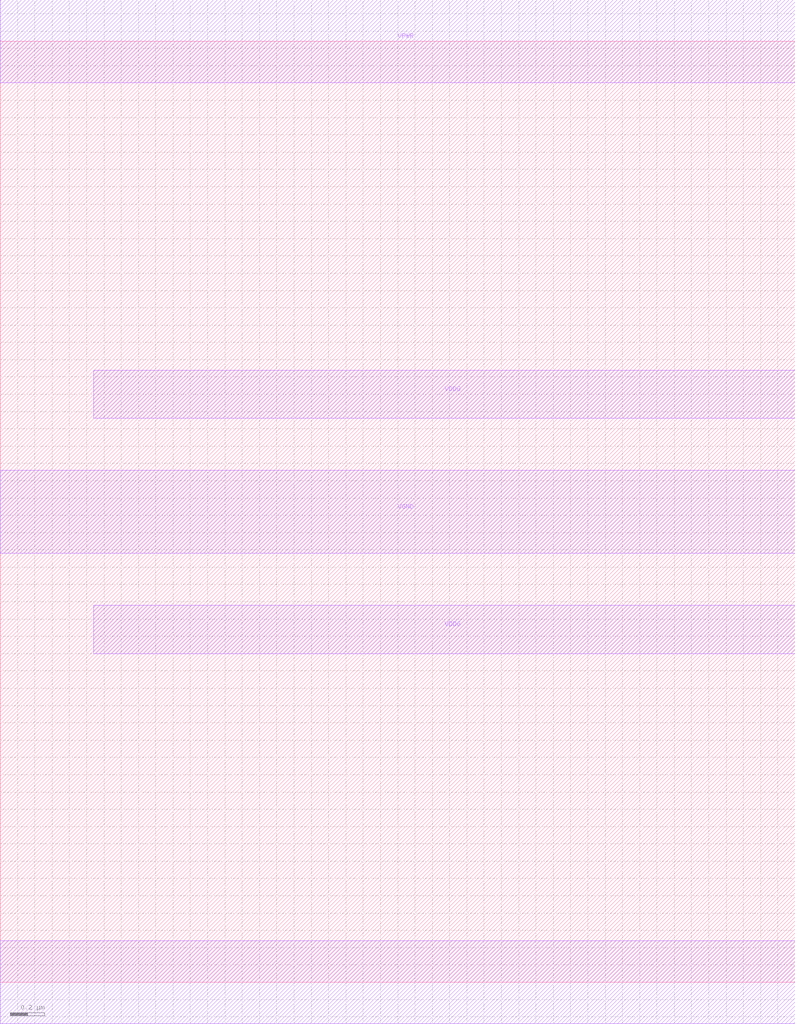
<source format=lef>
VERSION 5.6 ;

MACRO POWER_SWITCH
  CLASS CORE ;
  ORIGIN 0 0 ;
  SIZE 4.6 BY 5.44 ;
  PIN VPWR
    DIRECTION INOUT ;
    USE POWER ;
    SHAPE ABUTMENT ;
    PORT
      LAYER met1 ;
        RECT 0.0 -0.24 4.6 0.24 ;
        RECT 0.0  5.20 4.6 5.68 ;
    END
  END VPWR
  PIN VGND
    DIRECTION INOUT ;
    USE GROUND ; 
    SHAPE ABUTMENT ;

    PORT
      LAYER met1 ;
        RECT  0.0 2.48 4.6 2.96 ;
    END
  END VGND
  PIN VDDG
    DIRECTION INOUT ;
    USE POWER ;
    PORT
      LAYER met1 ;
        RECT 0.54 1.90 4.6 2.18 ;
    END
    PORT
      LAYER met1 ;
        RECT 0.54 3.26 4.6 3.54 ;
    END
  END VDDG
END POWER_SWITCH

</source>
